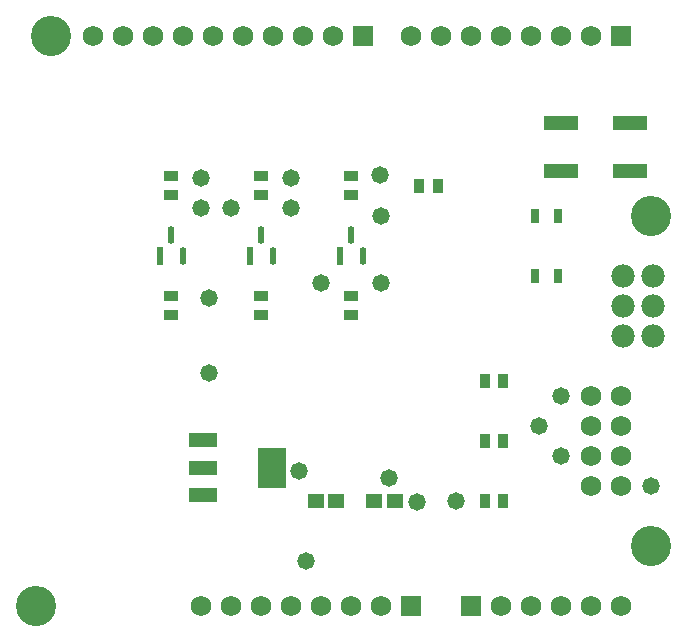
<source format=gts>
G04*
G04 #@! TF.GenerationSoftware,Altium Limited,Altium Designer,26.2.0 (7)*
G04*
G04 Layer_Color=8388736*
%FSLAX44Y44*%
%MOMM*%
G71*
G04*
G04 #@! TF.SameCoordinates,138AD885-AACF-4A89-911C-20B3B9BD5497*
G04*
G04*
G04 #@! TF.FilePolarity,Negative*
G04*
G01*
G75*
%ADD13R,2.3532X1.1532*%
%ADD14R,2.3532X3.4532*%
%ADD15R,3.0032X1.2032*%
%ADD16R,1.2621X0.8081*%
%ADD17R,0.5780X1.5242*%
%ADD18R,1.4532X1.3032*%
G04:AMPARAMS|DCode=19|XSize=1.5242mm|YSize=0.578mm|CornerRadius=0.289mm|HoleSize=0mm|Usage=FLASHONLY|Rotation=90.000|XOffset=0mm|YOffset=0mm|HoleType=Round|Shape=RoundedRectangle|*
%AMROUNDEDRECTD19*
21,1,1.5242,0.0000,0,0,90.0*
21,1,0.9463,0.5780,0,0,90.0*
1,1,0.5780,0.0000,0.4731*
1,1,0.5780,0.0000,-0.4731*
1,1,0.5780,0.0000,-0.4731*
1,1,0.5780,0.0000,0.4731*
%
%ADD19ROUNDEDRECTD19*%
%ADD20R,0.7000X1.3000*%
%ADD21R,0.8081X1.2621*%
%ADD22C,3.4032*%
%ADD23C,1.7272*%
%ADD24R,1.7272X1.7272*%
%ADD25C,1.9812*%
%ADD26C,1.4732*%
D13*
X280880Y119240D02*
D03*
Y165240D02*
D03*
Y142240D02*
D03*
D14*
X338880D02*
D03*
D15*
X584200Y433700D02*
D03*
X642200D02*
D03*
Y393700D02*
D03*
X584200D02*
D03*
D16*
X330200Y271380D02*
D03*
Y287420D02*
D03*
X254000Y271380D02*
D03*
Y287420D02*
D03*
X406400Y271380D02*
D03*
Y287420D02*
D03*
Y372980D02*
D03*
Y389020D02*
D03*
X330200Y372980D02*
D03*
Y389020D02*
D03*
X254000Y372980D02*
D03*
Y389020D02*
D03*
D17*
X396900Y321098D02*
D03*
X320700D02*
D03*
X244500D02*
D03*
D18*
X442840Y114300D02*
D03*
X376700D02*
D03*
X393700D02*
D03*
X425840D02*
D03*
D19*
X339700Y321098D02*
D03*
X415900D02*
D03*
X263500D02*
D03*
X254000Y339302D02*
D03*
X406400D02*
D03*
X330200D02*
D03*
D20*
X562000Y304800D02*
D03*
X581000Y355600D02*
D03*
X562000D02*
D03*
X581000Y304800D02*
D03*
D21*
X535070Y114300D02*
D03*
X519030D02*
D03*
Y215900D02*
D03*
Y165100D02*
D03*
X535070D02*
D03*
Y215900D02*
D03*
X479590Y381000D02*
D03*
X463550D02*
D03*
D22*
X660400Y355600D02*
D03*
X139700Y25400D02*
D03*
X152400Y508000D02*
D03*
X660400Y76200D02*
D03*
D23*
X609600Y127000D02*
D03*
Y203200D02*
D03*
X635000Y127000D02*
D03*
X355600Y25400D02*
D03*
X609600Y177800D02*
D03*
Y152400D02*
D03*
X635000Y203200D02*
D03*
Y177800D02*
D03*
Y152400D02*
D03*
X533400Y25400D02*
D03*
X558800D02*
D03*
X584200D02*
D03*
X609600D02*
D03*
X635000D02*
D03*
X391160Y508000D02*
D03*
X365760D02*
D03*
X340360D02*
D03*
X314960D02*
D03*
X289560D02*
D03*
X264160D02*
D03*
X238760D02*
D03*
X213360D02*
D03*
X187960D02*
D03*
X558800D02*
D03*
X533400D02*
D03*
X508000D02*
D03*
X482600D02*
D03*
X457200D02*
D03*
X609600D02*
D03*
X584200D02*
D03*
X381000Y25400D02*
D03*
X330200D02*
D03*
X304800D02*
D03*
X279400D02*
D03*
X431800D02*
D03*
X406400D02*
D03*
D24*
X508000D02*
D03*
X416560Y508000D02*
D03*
X635000D02*
D03*
X457200Y25400D02*
D03*
D25*
X636400Y304300D02*
D03*
X661800D02*
D03*
X636400Y278900D02*
D03*
X661800D02*
D03*
X636400Y253500D02*
D03*
X661800D02*
D03*
D26*
X462267Y113017D02*
D03*
X495300Y114300D02*
D03*
X584200Y152400D02*
D03*
X660400Y127000D02*
D03*
X285750Y222250D02*
D03*
Y285750D02*
D03*
X304800Y361950D02*
D03*
X431800Y298450D02*
D03*
X584200Y203200D02*
D03*
X381000Y298450D02*
D03*
X279400Y361950D02*
D03*
X368300Y63500D02*
D03*
X438150Y133350D02*
D03*
X361950Y139700D02*
D03*
X565150Y177800D02*
D03*
X279400Y387350D02*
D03*
X355600D02*
D03*
Y361950D02*
D03*
X430780Y389756D02*
D03*
X431800Y355600D02*
D03*
M02*

</source>
